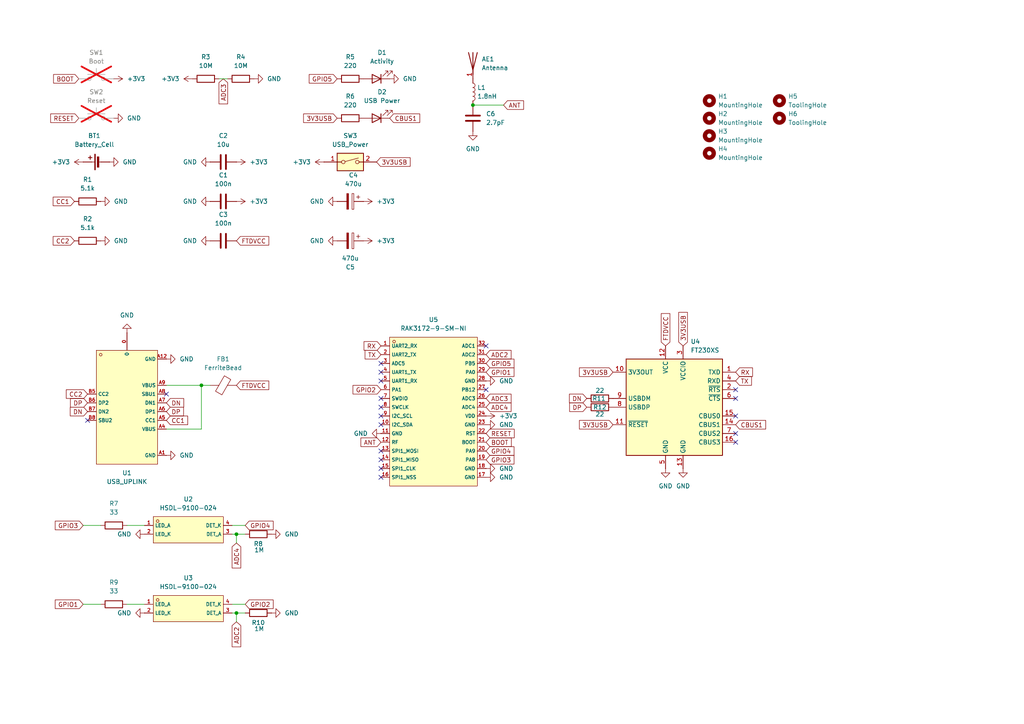
<source format=kicad_sch>
(kicad_sch (version 20231120) (generator "eeschema") (generator_version "8.0")
  (paper "A4")
  (title_block (title "Letterbox Sensor") (date "2024-08-04") (rev "1.0") (company "wirkbetrieb.net"))
  (lib_symbols
    (symbol "Device:Antenna" (pin_names (offset 1.016) hide)
      (property "Reference" "AE" (at -1.905 1.905 0))
      (property "Value" "Antenna" (at -1.905 0 0))
      (symbol "Antenna_0_1"
        (polyline (pts (xy 0 2.54) (xy 0 -3.81)) (stroke (width 0.254)))
        (polyline (pts (xy 1.27 2.54) (xy 0 -2.54) (xy -1.27 2.54)) (stroke (width 0.254)))
      )
      (symbol "Antenna_1_1"
        (pin input line (at 0 -5.08 90) (length 2.54) (name "A") (number "1"))
      )
    )
    (symbol "Device:Battery_Cell" (pin_numbers hide) (pin_names (offset 0) hide)
      (property "Reference" "BT" (at 2.54 2.54 0))
      (property "Value" "Battery_Cell" (at 2.54 0 0))
      (symbol "Battery_Cell_0_1"
        (rectangle (start -2.286 1.778) (end 2.286 1.524) (fill (type outline)))
        (rectangle (start -1.524 1.016) (end 1.524 0.508) (fill (type outline)))
        (polyline (pts (xy 0 0.762) (xy 0 0)))
        (polyline (pts (xy 0 1.778) (xy 0 2.54)))
        (polyline (pts (xy 0.762 3.048) (xy 1.778 3.048)) (stroke (width 0.254)))
        (polyline (pts (xy 1.27 3.556) (xy 1.27 2.54)) (stroke (width 0.254)))
      )
      (symbol "Battery_Cell_1_1"
        (pin passive line (at 0 5.08 270) (length 2.54) (name "+") (number "1"))
        (pin passive line (at 0 -2.54 90) (length 2.54) (name "-") (number "2"))
      )
    )
    (symbol "Device:C" (pin_numbers hide) (pin_names (offset 0.254))
      (property "Reference" "C" (at 0.635 2.54 0))
      (property "Value" "C" (at 0.635 -2.54 0))
      (symbol "C_0_1"
        (polyline (pts (xy -2.032 -0.762) (xy 2.032 -0.762)) (stroke (width 0.508)))
        (polyline (pts (xy -2.032 0.762) (xy 2.032 0.762)) (stroke (width 0.508)))
      )
      (symbol "C_1_1"
        (pin passive line (at 0 3.81 270) (length 2.794) (name "~") (number "1"))
        (pin passive line (at 0 -3.81 90) (length 2.794) (name "~") (number "2"))
      )
    )
    (symbol "Device:C_Polarized" (pin_numbers hide) (pin_names (offset 0.254))
      (property "Reference" "C" (at 0.635 2.54 0))
      (property "Value" "C_Polarized" (at 0.635 -2.54 0))
      (symbol "C_Polarized_0_1"
        (rectangle (start -2.286 0.508) (end 2.286 1.016))
        (polyline (pts (xy -1.778 2.286) (xy -0.762 2.286)))
        (polyline (pts (xy -1.27 2.794) (xy -1.27 1.778)))
        (rectangle (start 2.286 -0.508) (end -2.286 -1.016) (fill (type outline)))
      )
      (symbol "C_Polarized_1_1"
        (pin passive line (at 0 3.81 270) (length 2.794) (name "~") (number "1"))
        (pin passive line (at 0 -3.81 90) (length 2.794) (name "~") (number "2"))
      )
    )
    (symbol "Device:FerriteBead" (pin_numbers hide) (pin_names (offset 0))
      (property "Reference" "FB" (at -3.81 0.635 90))
      (property "Value" "FerriteBead" (at 3.81 0 90))
      (symbol "FerriteBead_0_1"
        (polyline (pts (xy 0 -1.27) (xy 0 -1.2192)))
        (polyline (pts (xy 0 1.27) (xy 0 1.2954)))
        (polyline (pts (xy -2.7686 0.4064) (xy -1.7018 2.2606) (xy 2.7686 -0.3048) (xy 1.6764 -2.159) (xy -2.7686 0.4064)))
      )
      (symbol "FerriteBead_1_1"
        (pin passive line (at 0 3.81 270) (length 2.54) (name "~") (number "1"))
        (pin passive line (at 0 -3.81 90) (length 2.54) (name "~") (number "2"))
      )
    )
    (symbol "Device:L" (pin_numbers hide) (pin_names (offset 1.016) hide)
      (property "Reference" "L" (at -1.27 0 90))
      (property "Value" "L" (at 1.905 0 90))
      (symbol "L_0_1"
        (arc (start 0 -2.54) (mid 0.6323 -1.905) (end 0 -1.27))
        (arc (start 0 -1.27) (mid 0.6323 -0.635) (end 0 0))
        (arc (start 0 0) (mid 0.6323 0.635) (end 0 1.27))
        (arc (start 0 1.27) (mid 0.6323 1.905) (end 0 2.54))
      )
      (symbol "L_1_1"
        (pin passive line (at 0 3.81 270) (length 1.27) (name "1") (number "1"))
        (pin passive line (at 0 -3.81 90) (length 1.27) (name "2") (number "2"))
      )
    )
    (symbol "Device:LED" (pin_numbers hide) (pin_names (offset 1.016) hide)
      (property "Reference" "D" (at 0 2.54 0))
      (property "Value" "LED" (at 0 -2.54 0))
      (symbol "LED_0_1"
        (polyline (pts (xy -1.27 -1.27) (xy -1.27 1.27)) (stroke (width 0.254)))
        (polyline (pts (xy -1.27 0) (xy 1.27 0)))
        (polyline (pts (xy 1.27 -1.27) (xy 1.27 1.27) (xy -1.27 0) (xy 1.27 -1.27)) (stroke (width 0.254)))
        (polyline (pts (xy -3.048 -0.762) (xy -4.572 -2.286) (xy -3.81 -2.286) (xy -4.572 -2.286) (xy -4.572 -1.524)))
        (polyline (pts (xy -1.778 -0.762) (xy -3.302 -2.286) (xy -2.54 -2.286) (xy -3.302 -2.286) (xy -3.302 -1.524)))
      )
      (symbol "LED_1_1"
        (pin passive line (at -3.81 0 0) (length 2.54) (name "K") (number "1"))
        (pin passive line (at 3.81 0 180) (length 2.54) (name "A") (number "2"))
      )
    )
    (symbol "Device:R" (pin_numbers hide) (pin_names (offset 0))
      (property "Reference" "R" (at 2.032 0 90))
      (property "Value" "R" (at 0 0 90))
      (symbol "R_0_1"
        (rectangle (start -1.016 -2.54) (end 1.016 2.54) (stroke (width 0.254)))
      )
      (symbol "R_1_1"
        (pin passive line (at 0 3.81 270) (length 1.27) (name "~") (number "1"))
        (pin passive line (at 0 -3.81 90) (length 1.27) (name "~") (number "2"))
      )
    )
    (symbol "Interface_USB:FT230XS"
      (property "Reference" "U" (at -13.97 15.24 0))
      (property "Value" "FT230XS" (at 7.62 15.24 0))
      (symbol "FT230XS_0_1"
        (rectangle (start -13.97 13.97) (end 13.97 -13.97) (stroke (width 0.254)) (fill (type background)))
      )
      (symbol "FT230XS_1_1"
        (pin output line (at 17.78 10.16 180) (length 3.81) (name "TXD") (number "1"))
        (pin power_out line (at -17.78 10.16 0) (length 3.81) (name "3V3OUT") (number "10"))
        (pin input line (at -17.78 -5.08 0) (length 3.81) (name "~{RESET}") (number "11"))
        (pin power_in line (at -2.54 17.78 270) (length 3.81) (name "VCC") (number "12"))
        (pin power_in line (at 2.54 -17.78 90) (length 3.81) (name "GND") (number "13"))
        (pin bidirectional line (at 17.78 -5.08 180) (length 3.81) (name "CBUS1") (number "14"))
        (pin bidirectional line (at 17.78 -2.54 180) (length 3.81) (name "CBUS0") (number "15"))
        (pin bidirectional line (at 17.78 -10.16 180) (length 3.81) (name "CBUS3") (number "16"))
        (pin output line (at 17.78 5.08 180) (length 3.81) (name "~{RTS}") (number "2"))
        (pin power_in line (at 2.54 17.78 270) (length 3.81) (name "VCCIO") (number "3"))
        (pin input line (at 17.78 7.62 180) (length 3.81) (name "RXD") (number "4"))
        (pin power_in line (at -2.54 -17.78 90) (length 3.81) (name "GND") (number "5"))
        (pin input line (at 17.78 2.54 180) (length 3.81) (name "~{CTS}") (number "6"))
        (pin bidirectional line (at 17.78 -7.62 180) (length 3.81) (name "CBUS2") (number "7"))
        (pin bidirectional line (at -17.78 0 0) (length 3.81) (name "USBDP") (number "8"))
        (pin bidirectional line (at -17.78 2.54 0) (length 3.81) (name "USBDM") (number "9"))
      )
    )
    (symbol "Mechanical:MountingHole" (pin_names (offset 1.016)) (exclude_from_sim yes) (in_bom no)
      (property "Reference" "H" (at 0 5.08 0))
      (property "Value" "MountingHole" (at 0 3.175 0))
      (symbol "MountingHole_0_1"
        (circle (center 0 0) (radius 1.27) (stroke (width 1.27)))
      )
    )
    (symbol "Switch:SW_DIP_x01" (pin_names (offset 0) hide)
      (property "Reference" "SW" (at 0 3.81 0))
      (property "Value" "SW_DIP_x01" (at 0 -3.81 0))
      (symbol "SW_DIP_x01_0_0"
        (circle (center -2.032 0) (radius 0.508))
        (polyline (pts (xy -1.524 0.127) (xy 2.3622 1.1684)))
        (circle (center 2.032 0) (radius 0.508))
      )
      (symbol "SW_DIP_x01_0_1"
        (rectangle (start -3.81 2.54) (end 3.81 -2.54) (stroke (width 0.254)) (fill (type background)))
      )
      (symbol "SW_DIP_x01_1_1"
        (pin passive line (at -7.62 0 0) (length 5.08) (name "~") (number "1"))
        (pin passive line (at 7.62 0 180) (length 5.08) (name "~") (number "2"))
      )
    )
    (symbol "Switch:SW_Push" (pin_numbers hide) (pin_names (offset 1.016) hide)
      (property "Reference" "SW" (at 1.27 2.54 0))
      (property "Value" "SW_Push" (at 0 -1.524 0))
      (symbol "SW_Push_0_1"
        (circle (center -2.032 0) (radius 0.508))
        (polyline (pts (xy 0 1.27) (xy 0 3.048)))
        (polyline (pts (xy 2.54 1.27) (xy -2.54 1.27)))
        (circle (center 2.032 0) (radius 0.508))
        (pin passive line (at -5.08 0 0) (length 2.54) (name "1") (number "1"))
        (pin passive line (at 5.08 0 180) (length 2.54) (name "2") (number "2"))
      )
    )
    (symbol "jlcpartslib:HSDL-9100-024"
      (property "Reference" "U" (at 0 1.27 0))
      (property "Value" "HSDL-9100-024" (at 0 -2.54 0))
      (symbol "HSDL-9100-024_0_1"
        (rectangle (start -10.16 3.81) (end 10.16 -3.81) (fill (type background)))
        (circle (center -8.89 2.54) (radius 0.381) (fill (type background)))
        (pin unspecified line (at -12.7 1.27 0) (length 2.54) (name "LED_A") (number "1"))
        (pin unspecified line (at -12.7 -1.27 0) (length 2.54) (name "LED_K") (number "2"))
        (pin unspecified line (at 12.7 -1.27 180) (length 2.54) (name "DET_A") (number "3"))
        (pin unspecified line (at 12.7 1.27 180) (length 2.54) (name "DET_K") (number "4"))
      )
    )
    (symbol "jlcpartslib:RAK3172-9-SM-NI"
      (property "Reference" "U" (at 0 1.27 0))
      (property "Value" "RAK3172-9-SM-NI" (at 0 -2.54 0))
      (symbol "RAK3172-9-SM-NI_0_1"
        (rectangle (start -12.7 21.59) (end 12.7 -21.59) (fill (type background)))
        (circle (center -11.43 20.32) (radius 0.381) (fill (type background)))
        (pin unspecified line (at -15.24 19.05 0) (length 2.54) (name "UART2_RX") (number "1"))
        (pin unspecified line (at -15.24 -3.81 0) (length 2.54) (name "I2C_SDA") (number "10"))
        (pin unspecified line (at -15.24 -6.35 0) (length 2.54) (name "GND") (number "11"))
        (pin unspecified line (at -15.24 -8.89 0) (length 2.54) (name "RF") (number "12"))
        (pin unspecified line (at -15.24 -11.43 0) (length 2.54) (name "SPI1_MOSI") (number "13"))
        (pin unspecified line (at -15.24 -13.97 0) (length 2.54) (name "SPI1_MISO") (number "14"))
        (pin unspecified line (at -15.24 -16.51 0) (length 2.54) (name "SPI1_CLK") (number "15"))
        (pin unspecified line (at -15.24 -19.05 0) (length 2.54) (name "SPI1_NSS") (number "16"))
        (pin unspecified line (at 15.24 -19.05 180) (length 2.54) (name "GND") (number "17"))
        (pin unspecified line (at 15.24 -16.51 180) (length 2.54) (name "GND") (number "18"))
        (pin unspecified line (at 15.24 -13.97 180) (length 2.54) (name "PA8") (number "19"))
        (pin unspecified line (at -15.24 16.51 0) (length 2.54) (name "UART2_TX") (number "2"))
        (pin unspecified line (at 15.24 -11.43 180) (length 2.54) (name "PA9") (number "20"))
        (pin unspecified line (at 15.24 -8.89 180) (length 2.54) (name "BOOT") (number "21"))
        (pin unspecified line (at 15.24 -6.35 180) (length 2.54) (name "RST") (number "22"))
        (pin unspecified line (at 15.24 -3.81 180) (length 2.54) (name "GND") (number "23"))
        (pin unspecified line (at 15.24 -1.27 180) (length 2.54) (name "VDD") (number "24"))
        (pin unspecified line (at 15.24 1.27 180) (length 2.54) (name "ADC4") (number "25"))
        (pin unspecified line (at 15.24 3.81 180) (length 2.54) (name "ADC3") (number "26"))
        (pin unspecified line (at 15.24 6.35 180) (length 2.54) (name "PB12") (number "27"))
        (pin unspecified line (at 15.24 8.89 180) (length 2.54) (name "GND") (number "28"))
        (pin unspecified line (at 15.24 11.43 180) (length 2.54) (name "PA0") (number "29"))
        (pin unspecified line (at -15.24 13.97 0) (length 2.54) (name "ADC5") (number "3"))
        (pin unspecified line (at 15.24 13.97 180) (length 2.54) (name "PB5") (number "30"))
        (pin unspecified line (at 15.24 16.51 180) (length 2.54) (name "ADC2") (number "31"))
        (pin unspecified line (at 15.24 19.05 180) (length 2.54) (name "ADC1") (number "32"))
        (pin unspecified line (at -15.24 11.43 0) (length 2.54) (name "UART1_TX") (number "4"))
        (pin unspecified line (at -15.24 8.89 0) (length 2.54) (name "UART1_RX") (number "5"))
        (pin unspecified line (at -15.24 6.35 0) (length 2.54) (name "PA1") (number "6"))
        (pin unspecified line (at -15.24 3.81 0) (length 2.54) (name "SWDIO") (number "7"))
        (pin unspecified line (at -15.24 1.27 0) (length 2.54) (name "SWCLK") (number "8"))
        (pin unspecified line (at -15.24 -1.27 0) (length 2.54) (name "I2C_SCL") (number "9"))
      )
    )
    (symbol "jlcpartslib:USB3_1C16PFSMT"
      (property "Reference" "U" (at 0 1.27 0))
      (property "Value" "USB3_1C16PFSMT" (at 0 -2.54 0))
      (symbol "USB3_1C16PFSMT_0_1"
        (rectangle (start -8.89 16.51) (end 8.89 -16.51) (fill (type background)))
        (circle (center -7.62 15.24) (radius 0.381) (fill (type background)))
        (pin unspecified line (at 0 21.59 270) (length 5.08) (name "0") (number "0"))
        (pin unspecified line (at 11.43 -13.97 180) (length 2.54) (name "GND") (number "A1"))
        (pin unspecified line (at 11.43 13.97 180) (length 2.54) (name "GND") (number "A12"))
        (pin unspecified line (at 11.43 -6.35 180) (length 2.54) (name "VBUS") (number "A4"))
        (pin unspecified line (at 11.43 -3.81 180) (length 2.54) (name "CC1") (number "A5"))
        (pin unspecified line (at 11.43 -1.27 180) (length 2.54) (name "DP1") (number "A6"))
        (pin unspecified line (at 11.43 1.27 180) (length 2.54) (name "DN1") (number "A7"))
        (pin unspecified line (at 11.43 3.81 180) (length 2.54) (name "SBU1") (number "A8"))
        (pin unspecified line (at 11.43 6.35 180) (length 2.54) (name "VBUS") (number "A9"))
        (pin unspecified line (at -11.43 3.81 0) (length 2.54) (name "CC2") (number "B5"))
        (pin unspecified line (at -11.43 1.27 0) (length 2.54) (name "DP2") (number "B6"))
        (pin unspecified line (at -11.43 -1.27 0) (length 2.54) (name "DN2") (number "B7"))
        (pin unspecified line (at -11.43 -3.81 0) (length 2.54) (name "SBU2") (number "B8"))
      )
    )
    (symbol "power:+3V3" (power) (pin_numbers hide) (pin_names (offset 0) hide)
      (property "Value" "+3V3" (at 0 3.556 0))
      (symbol "+3V3_0_1"
        (polyline (pts (xy -0.762 1.27) (xy 0 2.54)))
        (polyline (pts (xy 0 0) (xy 0 2.54)))
        (polyline (pts (xy 0 2.54) (xy 0.762 1.27)))
      )
      (symbol "+3V3_1_1"
        (pin power_in line (at 0 0 90) (length 0) (name "~") (number "1"))
      )
    )
    (symbol "power:GND" (power) (pin_numbers hide) (pin_names (offset 0) hide)
      (property "Value" "GND" (at 0 -3.81 0))
      (symbol "GND_0_1"
        (polyline (pts (xy 0 0) (xy 0 -1.27) (xy 1.27 -1.27) (xy 0 -2.54) (xy -1.27 -1.27) (xy 0 -1.27)))
      )
      (symbol "GND_1_1"
        (pin power_in line (at 0 0 270) (length 0) (name "~") (number "1"))
      )
    )
  )
  (junction (at 137.16 30.48))
  (junction (at 68.58 177.8))
  (junction (at 68.58 154.94))
  (junction (at 58.42 111.76))
  (no_connect (at 110.49 105.41))
  (no_connect (at 213.36 115.57))
  (no_connect (at 48.26 114.3))
  (no_connect (at 110.49 123.19))
  (no_connect (at 140.97 113.03))
  (no_connect (at 110.49 115.57))
  (no_connect (at 213.36 120.65))
  (no_connect (at 213.36 125.73))
  (no_connect (at 110.49 110.49))
  (no_connect (at 110.49 133.35))
  (no_connect (at 213.36 128.27))
  (no_connect (at 110.49 107.95))
  (no_connect (at 110.49 135.89))
  (no_connect (at 110.49 130.81))
  (no_connect (at 110.49 120.65))
  (no_connect (at 140.97 100.33))
  (no_connect (at 110.49 138.43))
  (no_connect (at 25.4 121.92))
  (no_connect (at 110.49 118.11))
  (no_connect (at 213.36 113.03))
  (wire (pts (xy 24.13 152.4) (xy 29.21 152.4)))
  (wire (pts (xy 48.26 111.76) (xy 58.42 111.76)))
  (wire (pts (xy 67.31 177.8) (xy 68.58 177.8)))
  (wire (pts (xy 68.58 154.94) (xy 71.12 154.94)))
  (wire (pts (xy 63.5 22.86) (xy 66.04 22.86)))
  (wire (pts (xy 36.83 152.4) (xy 41.91 152.4)))
  (wire (pts (xy 68.58 154.94) (xy 68.58 157.48)))
  (wire (pts (xy 68.58 177.8) (xy 68.58 180.34)))
  (wire (pts (xy 137.16 30.48) (xy 146.05 30.48)))
  (wire (pts (xy 24.13 175.26) (xy 29.21 175.26)))
  (wire (pts (xy 67.31 154.94) (xy 68.58 154.94)))
  (wire (pts (xy 67.31 175.26) (xy 71.12 175.26)))
  (wire (pts (xy 68.58 177.8) (xy 71.12 177.8)))
  (wire (pts (xy 67.31 152.4) (xy 71.12 152.4)))
  (wire (pts (xy 58.42 111.76) (xy 60.96 111.76)))
  (wire (pts (xy 58.42 124.46) (xy 58.42 111.76)))
  (wire (pts (xy 48.26 124.46) (xy 58.42 124.46)))
  (wire (pts (xy 36.83 175.26) (xy 41.91 175.26)))
  (global_label "GPIO2" (shape input) (at 110.49 113.03 180) (property "Intersheetrefs" "${INTERSHEET_REFS}" (effects (hide yes))))
  (global_label "DN" (shape input) (at 48.26 116.84 0) (property "Intersheetrefs" "${INTERSHEET_REFS}" (effects (hide yes))))
  (global_label "BOOT" (shape input) (at 22.86 22.86 180) (property "Intersheetrefs" "${INTERSHEET_REFS}" (effects (hide yes))))
  (global_label "GPIO4" (shape input) (at 140.97 130.81 0) (property "Intersheetrefs" "${INTERSHEET_REFS}" (effects (hide yes))))
  (global_label "ANT" (shape input) (at 146.05 30.48 0) (property "Intersheetrefs" "${INTERSHEET_REFS}" (effects (hide yes))))
  (global_label "3V3USB" (shape input) (at 177.8 123.19 180) (property "Intersheetrefs" "${INTERSHEET_REFS}" (effects (hide yes))))
  (global_label "3V3USB" (shape input) (at 198.12 100.33 90) (property "Intersheetrefs" "${INTERSHEET_REFS}" (effects (hide yes))))
  (global_label "ADC3" (shape input) (at 64.77 22.86 270) (property "Intersheetrefs" "${INTERSHEET_REFS}" (effects (hide yes))))
  (global_label "CC2" (shape input) (at 25.4 114.3 180) (property "Intersheetrefs" "${INTERSHEET_REFS}" (effects (hide yes))))
  (global_label "3V3USB" (shape input) (at 109.22 46.99 0) (property "Intersheetrefs" "${INTERSHEET_REFS}" (effects (hide yes))))
  (global_label "RX" (shape input) (at 213.36 107.95 0) (property "Intersheetrefs" "${INTERSHEET_REFS}" (effects (hide yes))))
  (global_label "ADC3" (shape input) (at 140.97 115.57 0) (property "Intersheetrefs" "${INTERSHEET_REFS}" (effects (hide yes))))
  (global_label "GPIO3" (shape input) (at 24.13 152.4 180) (property "Intersheetrefs" "${INTERSHEET_REFS}" (effects (hide yes))))
  (global_label "FTDVCC" (shape input) (at 68.58 111.76 0) (property "Intersheetrefs" "${INTERSHEET_REFS}" (effects (hide yes))))
  (global_label "DN" (shape input) (at 170.18 115.57 180) (property "Intersheetrefs" "${INTERSHEET_REFS}" (effects (hide yes))))
  (global_label "GPIO1" (shape input) (at 140.97 107.95 0) (property "Intersheetrefs" "${INTERSHEET_REFS}" (effects (hide yes))))
  (global_label "GPIO3" (shape input) (at 140.97 133.35 0) (property "Intersheetrefs" "${INTERSHEET_REFS}" (effects (hide yes))))
  (global_label "3V3USB" (shape input) (at 177.8 107.95 180) (property "Intersheetrefs" "${INTERSHEET_REFS}" (effects (hide yes))))
  (global_label "CC1" (shape input) (at 48.26 121.92 0) (property "Intersheetrefs" "${INTERSHEET_REFS}" (effects (hide yes))))
  (global_label "GPIO5" (shape input) (at 97.79 22.86 180) (property "Intersheetrefs" "${INTERSHEET_REFS}" (effects (hide yes))))
  (global_label "ADC2" (shape input) (at 68.58 180.34 270) (property "Intersheetrefs" "${INTERSHEET_REFS}" (effects (hide yes))))
  (global_label "CC2" (shape input) (at 21.59 69.85 180) (property "Intersheetrefs" "${INTERSHEET_REFS}" (effects (hide yes))))
  (global_label "TX" (shape input) (at 213.36 110.49 0) (property "Intersheetrefs" "${INTERSHEET_REFS}" (effects (hide yes))))
  (global_label "TX" (shape input) (at 110.49 102.87 180) (property "Intersheetrefs" "${INTERSHEET_REFS}" (effects (hide yes))))
  (global_label "RX" (shape input) (at 110.49 100.33 180) (property "Intersheetrefs" "${INTERSHEET_REFS}" (effects (hide yes))))
  (global_label "RESET" (shape input) (at 140.97 125.73 0) (property "Intersheetrefs" "${INTERSHEET_REFS}" (effects (hide yes))))
  (global_label "CBUS1" (shape input) (at 213.36 123.19 0) (property "Intersheetrefs" "${INTERSHEET_REFS}" (effects (hide yes))))
  (global_label "GPIO1" (shape input) (at 24.13 175.26 180) (property "Intersheetrefs" "${INTERSHEET_REFS}" (effects (hide yes))))
  (global_label "ADC4" (shape input) (at 68.58 157.48 270) (property "Intersheetrefs" "${INTERSHEET_REFS}" (effects (hide yes))))
  (global_label "ANT" (shape input) (at 110.49 128.27 180) (property "Intersheetrefs" "${INTERSHEET_REFS}" (effects (hide yes))))
  (global_label "FTDVCC" (shape input) (at 193.04 100.33 90) (property "Intersheetrefs" "${INTERSHEET_REFS}" (effects (hide yes))))
  (global_label "DP" (shape input) (at 170.18 118.11 180) (property "Intersheetrefs" "${INTERSHEET_REFS}" (effects (hide yes))))
  (global_label "DP" (shape input) (at 48.26 119.38 0) (property "Intersheetrefs" "${INTERSHEET_REFS}" (effects (hide yes))))
  (global_label "DN" (shape input) (at 25.4 119.38 180) (property "Intersheetrefs" "${INTERSHEET_REFS}" (effects (hide yes))))
  (global_label "FTDVCC" (shape input) (at 68.58 69.85 0) (property "Intersheetrefs" "${INTERSHEET_REFS}" (effects (hide yes))))
  (global_label "RESET" (shape input) (at 22.86 34.29 180) (property "Intersheetrefs" "${INTERSHEET_REFS}" (effects (hide yes))))
  (global_label "GPIO2" (shape input) (at 71.12 175.26 0) (property "Intersheetrefs" "${INTERSHEET_REFS}" (effects (hide yes))))
  (global_label "3V3USB" (shape input) (at 97.79 34.29 180) (property "Intersheetrefs" "${INTERSHEET_REFS}" (effects (hide yes))))
  (global_label "CC1" (shape input) (at 21.59 58.42 180) (property "Intersheetrefs" "${INTERSHEET_REFS}" (effects (hide yes))))
  (global_label "ADC2" (shape input) (at 140.97 102.87 0) (property "Intersheetrefs" "${INTERSHEET_REFS}" (effects (hide yes))))
  (global_label "CBUS1" (shape input) (at 113.03 34.29 0) (property "Intersheetrefs" "${INTERSHEET_REFS}" (effects (hide yes))))
  (global_label "BOOT" (shape input) (at 140.97 128.27 0) (property "Intersheetrefs" "${INTERSHEET_REFS}" (effects (hide yes))))
  (global_label "GPIO5" (shape input) (at 140.97 105.41 0) (property "Intersheetrefs" "${INTERSHEET_REFS}" (effects (hide yes))))
  (global_label "DP" (shape input) (at 25.4 116.84 180) (property "Intersheetrefs" "${INTERSHEET_REFS}" (effects (hide yes))))
  (global_label "ADC4" (shape input) (at 140.97 118.11 0) (property "Intersheetrefs" "${INTERSHEET_REFS}" (effects (hide yes))))
  (global_label "GPIO4" (shape input) (at 71.12 152.4 0) (property "Intersheetrefs" "${INTERSHEET_REFS}" (effects (hide yes))))
  (symbol (lib_id "power:+3V3") (at 105.41 69.85 270) (unit 1)
    (property "Reference" "#PWR021" (effects (hide yes)))
    (property "Value" "+3V3" (at 109.22 69.8499 90) (effects (justify left)))
    (property "Description" "Power symbol creates a global label with name \"+3V3\"" (effects (hide yes)))
  )
  (symbol (lib_id "power:GND") (at 137.16 38.1 0) (unit 1)
    (property "Reference" "#PWR029" (effects (hide yes)))
    (property "Value" "GND" (at 137.16 43.18 0))
    (property "Description" "Power symbol creates a global label with name \"GND\" , ground" (effects (hide yes)))
  )
  (symbol (lib_id "power:+3V3") (at 55.88 22.86 90) (unit 1)
    (property "Reference" "#PWR014" (effects (hide yes)))
    (property "Value" "+3V3" (at 52.07 22.8599 90) (effects (justify left)))
    (property "Description" "Power symbol creates a global label with name \"+3V3\"" (effects (hide yes)))
  )
  (symbol (lib_id "power:+3V3") (at 68.58 58.42 270) (unit 1)
    (property "Reference" "#PWR011" (effects (hide yes)))
    (property "Value" "+3V3" (at 72.39 58.4199 90) (effects (justify left)))
    (property "Description" "Power symbol creates a global label with name \"+3V3\"" (effects (hide yes)))
  )
  (symbol (lib_id "power:GND") (at 97.79 69.85 270) (unit 1)
    (property "Reference" "#PWR019" (effects (hide yes)))
    (property "Value" "GND" (at 93.98 69.8499 90) (effects (justify right)))
    (property "Description" "Power symbol creates a global label with name \"GND\" , ground" (effects (hide yes)))
  )
  (symbol (lib_id "power:+3V3") (at 105.41 58.42 270) (unit 1)
    (property "Reference" "#PWR020" (effects (hide yes)))
    (property "Value" "+3V3" (at 109.22 58.4199 90) (effects (justify left)))
    (property "Description" "Power symbol creates a global label with name \"+3V3\"" (effects (hide yes)))
  )
  (symbol (lib_id "power:GND") (at 73.66 22.86 90) (unit 1)
    (property "Reference" "#PWR015" (effects (hide yes)))
    (property "Value" "GND" (at 77.47 22.8599 90) (effects (justify right)))
    (property "Description" "Power symbol creates a global label with name \"GND\" , ground" (effects (hide yes)))
  )
  (symbol (lib_id "power:GND") (at 78.74 177.8 90) (unit 1)
    (property "Reference" "#PWR026" (effects (hide yes)))
    (property "Value" "GND" (at 82.55 177.7999 90) (effects (justify right)))
    (property "Description" "Power symbol creates a global label with name \"GND\" , ground" (effects (hide yes)))
  )
  (symbol (lib_id "Switch:SW_Push") (at 27.94 22.86 0) (unit 1) (dnp yes)
    (property "Reference" "SW1" (at 27.94 15.24 0))
    (property "Value" "Boot" (at 27.94 17.78 0))
    (property "Footprint" "footprints:SW-TH_4P-L6.0-W6.0-P4.50-LS6.5" (effects (hide yes)))
    (property "Description" "Push button switch, generic, two pins" (effects (hide yes)))
    (property "LCSC" "C13828" (effects (hide yes)))
  )
  (symbol (lib_id "Device:C_Polarized") (at 101.6 69.85 270) (unit 1)
    (property "Reference" "C5" (at 101.6 77.47 90))
    (property "Value" "470u" (at 101.6 74.93 90))
    (property "Footprint" "Capacitor_Tantalum_SMD:CP_EIA-7343-43_Kemet-X_Pad2.25x2.55mm_HandSolder" (effects (hide yes)))
    (property "Description" "Polarized capacitor" (effects (hide yes)))
    (property "LCSC" "C7234" (effects (hide yes)))
  )
  (symbol (lib_id "power:GND") (at 41.91 154.94 270) (unit 1)
    (property "Reference" "#PWR023" (effects (hide yes)))
    (property "Value" "GND" (at 38.1 154.9399 90) (effects (justify right)))
    (property "Description" "Power symbol creates a global label with name \"GND\" , ground" (effects (hide yes)))
  )
  (symbol (lib_id "power:+3V3") (at 33.02 22.86 270) (unit 1)
    (property "Reference" "#PWR02" (effects (hide yes)))
    (property "Value" "+3V3" (at 36.83 22.8599 90) (effects (justify left)))
    (property "Description" "Power symbol creates a global label with name \"+3V3\"" (effects (hide yes)))
  )
  (symbol (lib_id "Mechanical:MountingHole") (at 226.06 29.21 0) (unit 1) (exclude_from_sim yes) (in_bom no)
    (property "Reference" "H5" (at 228.6 27.9399 0) (effects (justify left)))
    (property "Value" "ToolingHole" (at 228.6 30.4799 0) (effects (justify left)))
    (property "Footprint" "footprints:ToolingHole_JLCSMT" (effects (hide yes)))
    (property "Description" "Mounting Hole without connection" (effects (hide yes)))
  )
  (symbol (lib_id "power:GND") (at 48.26 132.08 90) (unit 1)
    (property "Reference" "#PWR07" (effects (hide yes)))
    (property "Value" "GND" (at 52.07 132.0799 90) (effects (justify right)))
    (property "Description" "Power symbol creates a global label with name \"GND\" , ground" (effects (hide yes)))
  )
  (symbol (lib_id "Device:R") (at 33.02 152.4 90) (unit 1)
    (property "Reference" "R7" (at 33.02 146.05 90))
    (property "Value" "33" (at 33.02 148.59 90))
    (property "Footprint" "Resistor_SMD:R_0805_2012Metric_Pad1.20x1.40mm_HandSolder" (effects (hide yes)))
    (property "Description" "Resistor" (effects (hide yes)))
    (property "LCSC" "C17634" (effects (hide yes)))
  )
  (symbol (lib_id "power:GND") (at 29.21 58.42 90) (unit 1)
    (property "Reference" "#PWR05" (effects (hide yes)))
    (property "Value" "GND" (at 33.02 58.4199 90) (effects (justify right)))
    (property "Description" "Power symbol creates a global label with name \"GND\" , ground" (effects (hide yes)))
  )
  (symbol (lib_id "Switch:SW_DIP_x01") (at 101.6 46.99 0) (unit 1)
    (property "Reference" "SW3" (at 101.6 39.37 0))
    (property "Value" "USB_Power" (at 101.6 41.91 0))
    (property "Footprint" "footprints:SW-SMD_DSIC01LSGET" (effects (hide yes)))
    (property "Description" "1x DIP Switch, Single Pole Single Throw (SPST) switch, small symbol" (effects (hide yes)))
    (property "LCSC" "C54948" (effects (hide yes)))
  )
  (symbol (lib_id "Device:C") (at 64.77 69.85 90) (unit 1)
    (property "Reference" "C3" (at 64.77 62.23 90))
    (property "Value" "100n" (at 64.77 64.77 90))
    (property "Footprint" "Capacitor_SMD:C_0805_2012Metric_Pad1.18x1.45mm_HandSolder" (effects (hide yes)))
    (property "Description" "Unpolarized capacitor" (effects (hide yes)))
    (property "LCSC" "C49678" (effects (hide yes)))
  )
  (symbol (lib_id "Device:Antenna") (at 137.16 17.78 0) (unit 1)
    (property "Reference" "AE1" (at 139.7 17.1449 0) (effects (justify left)))
    (property "Value" "Antenna" (at 139.7 19.6849 0) (effects (justify left)))
    (property "Footprint" "footprints:TI-DN024-SL" (effects (hide yes)))
    (property "Description" "Antenna" (effects (hide yes)))
  )
  (symbol (lib_id "Device:R") (at 101.6 34.29 90) (unit 1)
    (property "Reference" "R6" (at 101.6 27.94 90))
    (property "Value" "220" (at 101.6 30.48 90))
    (property "Footprint" "Resistor_SMD:R_0805_2012Metric_Pad1.20x1.40mm_HandSolder" (effects (hide yes)))
    (property "Description" "Resistor" (effects (hide yes)))
    (property "LCSC" "C17557" (effects (hide yes)))
  )
  (symbol (lib_id "power:GND") (at 36.83 96.52 180) (unit 1)
    (property "Reference" "#PWR09" (effects (hide yes)))
    (property "Value" "GND" (at 36.83 91.44 0))
    (property "Description" "Power symbol creates a global label with name \"GND\" , ground" (effects (hide yes)))
  )
  (symbol (lib_id "power:GND") (at 140.97 110.49 90) (unit 1)
    (property "Reference" "#PWR032" (effects (hide yes)))
    (property "Value" "GND" (at 144.78 110.4899 90) (effects (justify right)))
    (property "Description" "Power symbol creates a global label with name \"GND\" , ground" (effects (hide yes)))
  )
  (symbol (lib_id "power:GND") (at 60.96 69.85 270) (unit 1)
    (property "Reference" "#PWR016" (effects (hide yes)))
    (property "Value" "GND" (at 57.15 69.8499 90) (effects (justify right)))
    (property "Description" "Power symbol creates a global label with name \"GND\" , ground" (effects (hide yes)))
  )
  (symbol (lib_id "power:GND") (at 110.49 125.73 270) (unit 1)
    (property "Reference" "#PWR033" (effects (hide yes)))
    (property "Value" "GND" (at 106.68 125.7299 90) (effects (justify right)))
    (property "Description" "Power symbol creates a global label with name \"GND\" , ground" (effects (hide yes)))
  )
  (symbol (lib_id "power:GND") (at 193.04 135.89 0) (unit 1)
    (property "Reference" "#PWR028" (effects (hide yes)))
    (property "Value" "GND" (at 193.04 140.97 0))
    (property "Description" "Power symbol creates a global label with name \"GND\" , ground" (effects (hide yes)))
  )
  (symbol (lib_id "Device:LED") (at 109.22 22.86 180) (unit 1)
    (property "Reference" "D1" (at 110.8075 15.24 0))
    (property "Value" "Activity" (at 110.8075 17.78 0))
    (property "Footprint" "footprints:LED0805-R-RD" (effects (hide yes)))
    (property "Description" "Light emitting diode" (effects (hide yes)))
    (property "LCSC" "C2297" (effects (hide yes)))
  )
  (symbol (lib_id "Interface_USB:FT230XS") (at 195.58 118.11 0) (unit 1)
    (property "Reference" "U4" (at 200.3141 99.06 0) (effects (justify left)))
    (property "Value" "FT230XS" (at 200.3141 101.6 0) (effects (justify left)))
    (property "Footprint" "Package_SO:SSOP-16_3.9x4.9mm_P0.635mm" (effects (hide yes)))
    (property "Datasheet" "https://www.ftdichip.com/Support/Documents/DataSheets/ICs/DS_FT230X.pdf" (effects (hide yes)))
    (property "Description" "Full Speed USB to Basic UART, SSOP-16" (effects (hide yes)))
    (property "LCSC" "C69082" (effects (hide yes)))
  )
  (symbol (lib_id "power:GND") (at 48.26 104.14 90) (unit 1)
    (property "Reference" "#PWR08" (effects (hide yes)))
    (property "Value" "GND" (at 52.07 104.1399 90) (effects (justify right)))
    (property "Description" "Power symbol creates a global label with name \"GND\" , ground" (effects (hide yes)))
  )
  (symbol (lib_id "Mechanical:MountingHole") (at 205.74 34.29 0) (unit 1) (exclude_from_sim yes) (in_bom no)
    (property "Reference" "H2" (at 208.28 33.0199 0) (effects (justify left)))
    (property "Value" "MountingHole" (at 208.28 35.5599 0) (effects (justify left)))
    (property "Footprint" "MountingHole:MountingHole_2.2mm_M2_ISO7380" (effects (hide yes)))
    (property "Description" "Mounting Hole without connection" (effects (hide yes)))
  )
  (symbol (lib_id "power:GND") (at 113.03 22.86 90) (unit 1)
    (property "Reference" "#PWR017" (effects (hide yes)))
    (property "Value" "GND" (at 116.84 22.8599 90) (effects (justify right)))
    (property "Description" "Power symbol creates a global label with name \"GND\" , ground" (effects (hide yes)))
  )
  (symbol (lib_id "Device:R") (at 25.4 58.42 90) (unit 1)
    (property "Reference" "R1" (at 25.4 52.07 90))
    (property "Value" "5.1k" (at 25.4 54.61 90))
    (property "Footprint" "Resistor_SMD:R_0805_2012Metric_Pad1.20x1.40mm_HandSolder" (effects (hide yes)))
    (property "Description" "Resistor" (effects (hide yes)))
    (property "LCSC" "C27834" (effects (hide yes)))
  )
  (symbol (lib_id "jlcpartslib:USB3_1C16PFSMT") (at 36.83 118.11 0) (unit 1)
    (property "Reference" "U1" (at 36.83 137.16 0))
    (property "Value" "USB_UPLINK" (at 36.83 139.7 0))
    (property "Footprint" "footprints:USB-C-SMD_TYPE-C-USB-17" (effects (hide yes)))
    (property "Datasheet" "https://item.szlcsc.com/178704.html" (effects (hide yes)))
    (property "LCSC" "C167321" (effects (hide yes)))
  )
  (symbol (lib_id "power:GND") (at 140.97 138.43 90) (unit 1)
    (property "Reference" "#PWR030" (effects (hide yes)))
    (property "Value" "GND" (at 144.78 138.4299 90) (effects (justify right)))
    (property "Description" "Power symbol creates a global label with name \"GND\" , ground" (effects (hide yes)))
  )
  (symbol (lib_id "Device:R") (at 59.69 22.86 90) (unit 1)
    (property "Reference" "R3" (at 59.69 16.51 90))
    (property "Value" "10M" (at 59.69 19.05 90))
    (property "Footprint" "Resistor_SMD:R_0603_1608Metric_Pad0.98x0.95mm_HandSolder" (effects (hide yes)))
    (property "Description" "Resistor" (effects (hide yes)))
    (property "LCSC" "C7250" (effects (hide yes)))
  )
  (symbol (lib_id "power:GND") (at 78.74 154.94 90) (unit 1)
    (property "Reference" "#PWR024" (effects (hide yes)))
    (property "Value" "GND" (at 82.55 154.9399 90) (effects (justify right)))
    (property "Description" "Power symbol creates a global label with name \"GND\" , ground" (effects (hide yes)))
  )
  (symbol (lib_id "jlcpartslib:HSDL-9100-024") (at 54.61 153.67 0) (unit 1)
    (property "Reference" "U2" (at 54.61 144.78 0))
    (property "Value" "HSDL-9100-024" (at 54.61 147.32 0))
    (property "Footprint" "footprints:OPTO-SMD_HSDL-9100-024" (effects (hide yes)))
    (property "Datasheet" "https://img.jlc.com/pdf/applyPasteComponent/2022-09-28/406785A/08fcb4704d694eb58649739b70491fdd/0900766b8172a98e.pdf" (effects (hide yes)))
    (property "LCSC" "C5186960" (effects (hide yes)))
  )
  (symbol (lib_id "power:GND") (at 140.97 135.89 90) (unit 1)
    (property "Reference" "#PWR031" (effects (hide yes)))
    (property "Value" "GND" (at 144.78 135.8899 90) (effects (justify right)))
    (property "Description" "Power symbol creates a global label with name \"GND\" , ground" (effects (hide yes)))
  )
  (symbol (lib_id "Device:FerriteBead") (at 64.77 111.76 90) (unit 1)
    (property "Reference" "FB1" (at 64.7192 104.14 90))
    (property "Value" "FerriteBead" (at 64.7192 106.68 90))
    (property "Footprint" "Resistor_SMD:R_0805_2012Metric_Pad1.20x1.40mm_HandSolder" (effects (hide yes)))
    (property "Description" "Ferrite bead" (effects (hide yes)))
    (property "LCSC" "C1017" (effects (hide yes)))
  )
  (symbol (lib_id "Switch:SW_Push") (at 27.94 34.29 0) (unit 1) (dnp yes)
    (property "Reference" "SW2" (at 27.94 26.67 0))
    (property "Value" "Reset" (at 27.94 29.21 0))
    (property "Footprint" "footprints:SW-TH_4P-L6.0-W6.0-P4.50-LS6.5" (effects (hide yes)))
    (property "Description" "Push button switch, generic, two pins" (effects (hide yes)))
    (property "LCSC" "C13828" (effects (hide yes)))
  )
  (symbol (lib_id "power:GND") (at 31.75 46.99 90) (unit 1)
    (property "Reference" "#PWR03" (effects (hide yes)))
    (property "Value" "GND" (at 35.56 46.9899 90) (effects (justify right)))
    (property "Description" "Power symbol creates a global label with name \"GND\" , ground" (effects (hide yes)))
  )
  (symbol (lib_id "power:GND") (at 60.96 58.42 270) (unit 1)
    (property "Reference" "#PWR010" (effects (hide yes)))
    (property "Value" "GND" (at 57.15 58.4199 90) (effects (justify right)))
    (property "Description" "Power symbol creates a global label with name \"GND\" , ground" (effects (hide yes)))
  )
  (symbol (lib_id "Device:R") (at 173.99 118.11 90) (unit 1)
    (property "Reference" "R12" (at 173.99 118.11 90))
    (property "Value" "22" (at 173.99 120.142 90))
    (property "Footprint" "Resistor_SMD:R_0805_2012Metric_Pad1.20x1.40mm_HandSolder" (effects (hide yes)))
    (property "Description" "Resistor" (effects (hide yes)))
    (property "LCSC" "C17561" (effects (hide yes)))
  )
  (symbol (lib_id "Device:Battery_Cell") (at 29.21 46.99 90) (unit 1)
    (property "Reference" "BT1" (at 27.3685 39.37 90))
    (property "Value" "Battery_Cell" (at 27.3685 41.91 90))
    (property "Footprint" "footprints:BAT-TH_CR2032-BS-6-1" (effects (hide yes)))
    (property "Description" "Single-cell battery" (effects (hide yes)))
    (property "LCSC" "C70377" (effects (hide yes)))
  )
  (symbol (lib_id "power:GND") (at 29.21 69.85 90) (unit 1)
    (property "Reference" "#PWR06" (effects (hide yes)))
    (property "Value" "GND" (at 33.02 69.8499 90) (effects (justify right)))
    (property "Description" "Power symbol creates a global label with name \"GND\" , ground" (effects (hide yes)))
  )
  (symbol (lib_id "Device:R") (at 74.93 154.94 90) (unit 1)
    (property "Reference" "R8" (at 74.93 157.734 90))
    (property "Value" "1M" (at 75.184 159.512 90))
    (property "Footprint" "Resistor_SMD:R_0805_2012Metric_Pad1.20x1.40mm_HandSolder" (effects (hide yes)))
    (property "Description" "Resistor" (effects (hide yes)))
    (property "LCSC" "C17514" (effects (hide yes)))
  )
  (symbol (lib_id "power:+3V3") (at 140.97 120.65 270) (unit 1)
    (property "Reference" "#PWR035" (effects (hide yes)))
    (property "Value" "+3V3" (at 144.78 120.6499 90) (effects (justify left)))
    (property "Description" "Power symbol creates a global label with name \"+3V3\"" (effects (hide yes)))
  )
  (symbol (lib_id "Mechanical:MountingHole") (at 205.74 29.21 0) (unit 1) (exclude_from_sim yes) (in_bom no)
    (property "Reference" "H1" (at 208.28 27.9399 0) (effects (justify left)))
    (property "Value" "MountingHole" (at 208.28 30.4799 0) (effects (justify left)))
    (property "Footprint" "MountingHole:MountingHole_2.2mm_M2_ISO7380" (effects (hide yes)))
    (property "Description" "Mounting Hole without connection" (effects (hide yes)))
  )
  (symbol (lib_id "Device:L") (at 137.16 26.67 0) (unit 1)
    (property "Reference" "L1" (at 138.43 25.3999 0) (effects (justify left)))
    (property "Value" "1.8nH" (at 138.43 27.9399 0) (effects (justify left)))
    (property "Footprint" "Inductor_SMD:L_0805_2012Metric" (effects (hide yes)))
    (property "Description" "Inductor" (effects (hide yes)))
    (property "LCSC" "C578016" (effects (hide yes)))
  )
  (symbol (lib_id "power:GND") (at 198.12 135.89 0) (unit 1)
    (property "Reference" "#PWR027" (effects (hide yes)))
    (property "Value" "GND" (at 198.12 140.97 0))
    (property "Description" "Power symbol creates a global label with name \"GND\" , ground" (effects (hide yes)))
  )
  (symbol (lib_id "Mechanical:MountingHole") (at 205.74 39.37 0) (unit 1) (exclude_from_sim yes) (in_bom no)
    (property "Reference" "H3" (at 208.28 38.0999 0) (effects (justify left)))
    (property "Value" "MountingHole" (at 208.28 40.6399 0) (effects (justify left)))
    (property "Footprint" "MountingHole:MountingHole_2.2mm_M2_ISO7380" (effects (hide yes)))
    (property "Description" "Mounting Hole without connection" (effects (hide yes)))
  )
  (symbol (lib_id "Device:R") (at 69.85 22.86 90) (unit 1)
    (property "Reference" "R4" (at 69.85 16.51 90))
    (property "Value" "10M" (at 69.85 19.05 90))
    (property "Footprint" "Resistor_SMD:R_0603_1608Metric_Pad0.98x0.95mm_HandSolder" (effects (hide yes)))
    (property "Description" "Resistor" (effects (hide yes)))
    (property "LCSC" "C7250" (effects (hide yes)))
  )
  (symbol (lib_id "Device:R") (at 25.4 69.85 90) (unit 1)
    (property "Reference" "R2" (at 25.4 63.5 90))
    (property "Value" "5.1k" (at 25.4 66.04 90))
    (property "Footprint" "Resistor_SMD:R_0805_2012Metric_Pad1.20x1.40mm_HandSolder" (effects (hide yes)))
    (property "Description" "Resistor" (effects (hide yes)))
    (property "LCSC" "C27834" (effects (hide yes)))
  )
  (symbol (lib_id "power:GND") (at 60.96 46.99 270) (unit 1)
    (property "Reference" "#PWR012" (effects (hide yes)))
    (property "Value" "GND" (at 57.15 46.9899 90) (effects (justify right)))
    (property "Description" "Power symbol creates a global label with name \"GND\" , ground" (effects (hide yes)))
  )
  (symbol (lib_id "power:GND") (at 97.79 58.42 270) (unit 1)
    (property "Reference" "#PWR018" (effects (hide yes)))
    (property "Value" "GND" (at 93.98 58.4199 90) (effects (justify right)))
    (property "Description" "Power symbol creates a global label with name \"GND\" , ground" (effects (hide yes)))
  )
  (symbol (lib_id "power:GND") (at 41.91 177.8 270) (unit 1)
    (property "Reference" "#PWR025" (effects (hide yes)))
    (property "Value" "GND" (at 38.1 177.7999 90) (effects (justify right)))
    (property "Description" "Power symbol creates a global label with name \"GND\" , ground" (effects (hide yes)))
  )
  (symbol (lib_id "jlcpartslib:RAK3172-9-SM-NI") (at 125.73 119.38 0) (unit 1)
    (property "Reference" "U5" (at 125.73 92.71 0))
    (property "Value" "RAK3172-9-SM-NI" (at 125.73 95.25 0))
    (property "Footprint" "footprints:WIRELM-SMD_32P-L15.5-W15.0-P1.00" (effects (hide yes)))
    (property "Datasheet" "https://docs.rakwireless.com/Product-Categories/WisDuo/RAK3172-Module/Datasheet/#hardware" (effects (hide yes)))
    (property "LCSC" "C18548052" (effects (hide yes)))
  )
  (symbol (lib_id "Mechanical:MountingHole") (at 205.74 44.45 0) (unit 1) (exclude_from_sim yes) (in_bom no)
    (property "Reference" "H4" (at 208.28 43.1799 0) (effects (justify left)))
    (property "Value" "MountingHole" (at 208.28 45.7199 0) (effects (justify left)))
    (property "Footprint" "MountingHole:MountingHole_2.2mm_M2_ISO7380" (effects (hide yes)))
    (property "Description" "Mounting Hole without connection" (effects (hide yes)))
  )
  (symbol (lib_id "power:+3V3") (at 24.13 46.99 90) (unit 1)
    (property "Reference" "#PWR04" (effects (hide yes)))
    (property "Value" "+3V3" (at 20.32 46.9899 90) (effects (justify left)))
    (property "Description" "Power symbol creates a global label with name \"+3V3\"" (effects (hide yes)))
  )
  (symbol (lib_id "power:GND") (at 140.97 123.19 90) (unit 1)
    (property "Reference" "#PWR034" (effects (hide yes)))
    (property "Value" "GND" (at 144.78 123.1899 90) (effects (justify right)))
    (property "Description" "Power symbol creates a global label with name \"GND\" , ground" (effects (hide yes)))
  )
  (symbol (lib_id "Device:C") (at 64.77 58.42 90) (unit 1)
    (property "Reference" "C1" (at 64.77 50.8 90))
    (property "Value" "100n" (at 64.77 53.34 90))
    (property "Footprint" "Capacitor_SMD:C_0805_2012Metric_Pad1.18x1.45mm_HandSolder" (effects (hide yes)))
    (property "Description" "Unpolarized capacitor" (effects (hide yes)))
    (property "LCSC" "C49678" (effects (hide yes)))
  )
  (symbol (lib_id "Device:R") (at 173.99 115.57 90) (unit 1)
    (property "Reference" "R11" (at 173.736 115.57 90))
    (property "Value" "22" (at 173.99 113.284 90))
    (property "Footprint" "Resistor_SMD:R_0805_2012Metric_Pad1.20x1.40mm_HandSolder" (effects (hide yes)))
    (property "Description" "Resistor" (effects (hide yes)))
    (property "LCSC" "C17561" (effects (hide yes)))
  )
  (symbol (lib_id "jlcpartslib:HSDL-9100-024") (at 54.61 176.53 0) (unit 1)
    (property "Reference" "U3" (at 54.61 167.64 0))
    (property "Value" "HSDL-9100-024" (at 54.61 170.18 0))
    (property "Footprint" "footprints:OPTO-SMD_HSDL-9100-024" (effects (hide yes)))
    (property "Datasheet" "https://img.jlc.com/pdf/applyPasteComponent/2022-09-28/406785A/08fcb4704d694eb58649739b70491fdd/0900766b8172a98e.pdf" (effects (hide yes)))
    (property "LCSC" "C5186960" (effects (hide yes)))
  )
  (symbol (lib_id "Device:R") (at 101.6 22.86 90) (unit 1)
    (property "Reference" "R5" (at 101.6 16.51 90))
    (property "Value" "220" (at 101.6 19.05 90))
    (property "Footprint" "Resistor_SMD:R_0805_2012Metric_Pad1.20x1.40mm_HandSolder" (effects (hide yes)))
    (property "Description" "Resistor" (effects (hide yes)))
    (property "LCSC" "C17557" (effects (hide yes)))
  )
  (symbol (lib_id "Device:LED") (at 109.22 34.29 180) (unit 1)
    (property "Reference" "D2" (at 110.8075 26.67 0))
    (property "Value" "USB Power" (at 110.8075 29.21 0))
    (property "Footprint" "footprints:LED0805-R-RD" (effects (hide yes)))
    (property "Description" "Light emitting diode" (effects (hide yes)))
    (property "LCSC" "C2297" (effects (hide yes)))
  )
  (symbol (lib_id "Mechanical:MountingHole") (at 226.06 34.29 0) (unit 1) (exclude_from_sim yes) (in_bom no)
    (property "Reference" "H6" (at 228.6 33.0199 0) (effects (justify left)))
    (property "Value" "ToolingHole" (at 228.6 35.5599 0) (effects (justify left)))
    (property "Footprint" "footprints:ToolingHole_JLCSMT" (effects (hide yes)))
    (property "Description" "Mounting Hole without connection" (effects (hide yes)))
  )
  (symbol (lib_id "Device:C") (at 137.16 34.29 0) (unit 1)
    (property "Reference" "C6" (at 140.97 33.0199 0) (effects (justify left)))
    (property "Value" "2.7pF" (at 140.97 35.5599 0) (effects (justify left)))
    (property "Footprint" "Capacitor_SMD:C_0805_2012Metric_Pad1.18x1.45mm_HandSolder" (effects (hide yes)))
    (property "Description" "Unpolarized capacitor" (effects (hide yes)))
    (property "LCSC" "C1803" (effects (hide yes)))
  )
  (symbol (lib_id "power:GND") (at 33.02 34.29 90) (unit 1)
    (property "Reference" "#PWR01" (effects (hide yes)))
    (property "Value" "GND" (at 36.83 34.2899 90) (effects (justify right)))
    (property "Description" "Power symbol creates a global label with name \"GND\" , ground" (effects (hide yes)))
  )
  (symbol (lib_id "power:+3V3") (at 68.58 46.99 270) (unit 1)
    (property "Reference" "#PWR013" (effects (hide yes)))
    (property "Value" "+3V3" (at 72.39 46.9899 90) (effects (justify left)))
    (property "Description" "Power symbol creates a global label with name \"+3V3\"" (effects (hide yes)))
  )
  (symbol (lib_id "Device:C_Polarized") (at 101.6 58.42 270) (unit 1)
    (property "Reference" "C4" (at 102.489 50.8 90))
    (property "Value" "470u" (at 102.489 53.34 90))
    (property "Footprint" "Capacitor_Tantalum_SMD:CP_EIA-7343-43_Kemet-X_Pad2.25x2.55mm_HandSolder" (effects (hide yes)))
    (property "Description" "Polarized capacitor" (effects (hide yes)))
    (property "LCSC" "C7234" (effects (hide yes)))
  )
  (symbol (lib_id "Device:R") (at 33.02 175.26 90) (unit 1)
    (property "Reference" "R9" (at 33.02 168.91 90))
    (property "Value" "33" (at 33.02 171.45 90))
    (property "Footprint" "Resistor_SMD:R_0805_2012Metric_Pad1.20x1.40mm_HandSolder" (effects (hide yes)))
    (property "Description" "Resistor" (effects (hide yes)))
    (property "LCSC" "C17634" (effects (hide yes)))
  )
  (symbol (lib_id "Device:R") (at 74.93 177.8 90) (unit 1)
    (property "Reference" "R10" (at 74.93 180.594 90))
    (property "Value" "1M" (at 75.184 182.372 90))
    (property "Footprint" "Resistor_SMD:R_0805_2012Metric_Pad1.20x1.40mm_HandSolder" (effects (hide yes)))
    (property "Description" "Resistor" (effects (hide yes)))
    (property "LCSC" "C17514" (effects (hide yes)))
  )
  (symbol (lib_id "Device:C") (at 64.77 46.99 90) (unit 1)
    (property "Reference" "C2" (at 64.77 39.37 90))
    (property "Value" "10u" (at 64.77 41.91 90))
    (property "Footprint" "Capacitor_SMD:C_0805_2012Metric_Pad1.18x1.45mm_HandSolder" (effects (hide yes)))
    (property "Description" "Unpolarized capacitor" (effects (hide yes)))
    (property "LCSC" "C440198" (effects (hide yes)))
  )
  (symbol (lib_id "power:+3V3") (at 93.98 46.99 90) (unit 1)
    (property "Reference" "#PWR022" (effects (hide yes)))
    (property "Value" "+3V3" (at 90.17 46.9899 90) (effects (justify left)))
    (property "Description" "Power symbol creates a global label with name \"+3V3\"" (effects (hide yes)))
  )
)
</source>
